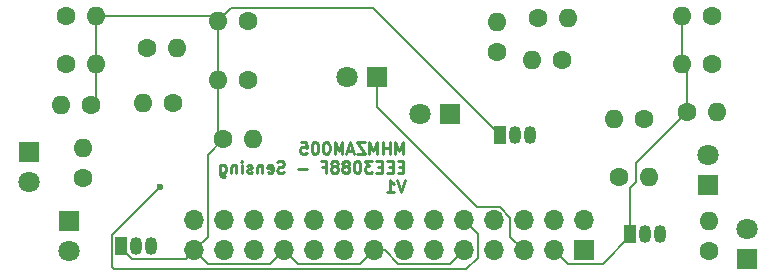
<source format=gbr>
%TF.GenerationSoftware,KiCad,Pcbnew,8.0.0*%
%TF.CreationDate,2024-03-28T15:17:03+02:00*%
%TF.ProjectId,EEE3088F_MHMZAM005_Sensing,45454533-3038-4384-965f-4d484d5a414d,rev?*%
%TF.SameCoordinates,Original*%
%TF.FileFunction,Copper,L2,Bot*%
%TF.FilePolarity,Positive*%
%FSLAX46Y46*%
G04 Gerber Fmt 4.6, Leading zero omitted, Abs format (unit mm)*
G04 Created by KiCad (PCBNEW 8.0.0) date 2024-03-28 15:17:03*
%MOMM*%
%LPD*%
G01*
G04 APERTURE LIST*
%ADD10C,0.250000*%
%TA.AperFunction,NonConductor*%
%ADD11C,0.250000*%
%TD*%
%TA.AperFunction,ComponentPad*%
%ADD12C,1.600000*%
%TD*%
%TA.AperFunction,ComponentPad*%
%ADD13O,1.600000X1.600000*%
%TD*%
%TA.AperFunction,ComponentPad*%
%ADD14R,1.800000X1.800000*%
%TD*%
%TA.AperFunction,ComponentPad*%
%ADD15C,1.800000*%
%TD*%
%TA.AperFunction,ComponentPad*%
%ADD16R,1.050000X1.500000*%
%TD*%
%TA.AperFunction,ComponentPad*%
%ADD17O,1.050000X1.500000*%
%TD*%
%TA.AperFunction,ComponentPad*%
%ADD18R,1.700000X1.700000*%
%TD*%
%TA.AperFunction,ComponentPad*%
%ADD19O,1.700000X1.700000*%
%TD*%
%TA.AperFunction,ViaPad*%
%ADD20C,0.600000*%
%TD*%
%TA.AperFunction,Conductor*%
%ADD21C,0.200000*%
%TD*%
G04 APERTURE END LIST*
D10*
D11*
X119497431Y-79644731D02*
X119497431Y-78644731D01*
X119497431Y-78644731D02*
X119164098Y-79359016D01*
X119164098Y-79359016D02*
X118830765Y-78644731D01*
X118830765Y-78644731D02*
X118830765Y-79644731D01*
X118354574Y-79644731D02*
X118354574Y-78644731D01*
X118354574Y-79120921D02*
X117783146Y-79120921D01*
X117783146Y-79644731D02*
X117783146Y-78644731D01*
X117306955Y-79644731D02*
X117306955Y-78644731D01*
X117306955Y-78644731D02*
X116973622Y-79359016D01*
X116973622Y-79359016D02*
X116640289Y-78644731D01*
X116640289Y-78644731D02*
X116640289Y-79644731D01*
X116259336Y-78644731D02*
X115592670Y-78644731D01*
X115592670Y-78644731D02*
X116259336Y-79644731D01*
X116259336Y-79644731D02*
X115592670Y-79644731D01*
X115259336Y-79359016D02*
X114783146Y-79359016D01*
X115354574Y-79644731D02*
X115021241Y-78644731D01*
X115021241Y-78644731D02*
X114687908Y-79644731D01*
X114354574Y-79644731D02*
X114354574Y-78644731D01*
X114354574Y-78644731D02*
X114021241Y-79359016D01*
X114021241Y-79359016D02*
X113687908Y-78644731D01*
X113687908Y-78644731D02*
X113687908Y-79644731D01*
X113021241Y-78644731D02*
X112926003Y-78644731D01*
X112926003Y-78644731D02*
X112830765Y-78692350D01*
X112830765Y-78692350D02*
X112783146Y-78739969D01*
X112783146Y-78739969D02*
X112735527Y-78835207D01*
X112735527Y-78835207D02*
X112687908Y-79025683D01*
X112687908Y-79025683D02*
X112687908Y-79263778D01*
X112687908Y-79263778D02*
X112735527Y-79454254D01*
X112735527Y-79454254D02*
X112783146Y-79549492D01*
X112783146Y-79549492D02*
X112830765Y-79597112D01*
X112830765Y-79597112D02*
X112926003Y-79644731D01*
X112926003Y-79644731D02*
X113021241Y-79644731D01*
X113021241Y-79644731D02*
X113116479Y-79597112D01*
X113116479Y-79597112D02*
X113164098Y-79549492D01*
X113164098Y-79549492D02*
X113211717Y-79454254D01*
X113211717Y-79454254D02*
X113259336Y-79263778D01*
X113259336Y-79263778D02*
X113259336Y-79025683D01*
X113259336Y-79025683D02*
X113211717Y-78835207D01*
X113211717Y-78835207D02*
X113164098Y-78739969D01*
X113164098Y-78739969D02*
X113116479Y-78692350D01*
X113116479Y-78692350D02*
X113021241Y-78644731D01*
X112068860Y-78644731D02*
X111973622Y-78644731D01*
X111973622Y-78644731D02*
X111878384Y-78692350D01*
X111878384Y-78692350D02*
X111830765Y-78739969D01*
X111830765Y-78739969D02*
X111783146Y-78835207D01*
X111783146Y-78835207D02*
X111735527Y-79025683D01*
X111735527Y-79025683D02*
X111735527Y-79263778D01*
X111735527Y-79263778D02*
X111783146Y-79454254D01*
X111783146Y-79454254D02*
X111830765Y-79549492D01*
X111830765Y-79549492D02*
X111878384Y-79597112D01*
X111878384Y-79597112D02*
X111973622Y-79644731D01*
X111973622Y-79644731D02*
X112068860Y-79644731D01*
X112068860Y-79644731D02*
X112164098Y-79597112D01*
X112164098Y-79597112D02*
X112211717Y-79549492D01*
X112211717Y-79549492D02*
X112259336Y-79454254D01*
X112259336Y-79454254D02*
X112306955Y-79263778D01*
X112306955Y-79263778D02*
X112306955Y-79025683D01*
X112306955Y-79025683D02*
X112259336Y-78835207D01*
X112259336Y-78835207D02*
X112211717Y-78739969D01*
X112211717Y-78739969D02*
X112164098Y-78692350D01*
X112164098Y-78692350D02*
X112068860Y-78644731D01*
X110830765Y-78644731D02*
X111306955Y-78644731D01*
X111306955Y-78644731D02*
X111354574Y-79120921D01*
X111354574Y-79120921D02*
X111306955Y-79073302D01*
X111306955Y-79073302D02*
X111211717Y-79025683D01*
X111211717Y-79025683D02*
X110973622Y-79025683D01*
X110973622Y-79025683D02*
X110878384Y-79073302D01*
X110878384Y-79073302D02*
X110830765Y-79120921D01*
X110830765Y-79120921D02*
X110783146Y-79216159D01*
X110783146Y-79216159D02*
X110783146Y-79454254D01*
X110783146Y-79454254D02*
X110830765Y-79549492D01*
X110830765Y-79549492D02*
X110878384Y-79597112D01*
X110878384Y-79597112D02*
X110973622Y-79644731D01*
X110973622Y-79644731D02*
X111211717Y-79644731D01*
X111211717Y-79644731D02*
X111306955Y-79597112D01*
X111306955Y-79597112D02*
X111354574Y-79549492D01*
X119497431Y-80730865D02*
X119164098Y-80730865D01*
X119021241Y-81254675D02*
X119497431Y-81254675D01*
X119497431Y-81254675D02*
X119497431Y-80254675D01*
X119497431Y-80254675D02*
X119021241Y-80254675D01*
X118592669Y-80730865D02*
X118259336Y-80730865D01*
X118116479Y-81254675D02*
X118592669Y-81254675D01*
X118592669Y-81254675D02*
X118592669Y-80254675D01*
X118592669Y-80254675D02*
X118116479Y-80254675D01*
X117687907Y-80730865D02*
X117354574Y-80730865D01*
X117211717Y-81254675D02*
X117687907Y-81254675D01*
X117687907Y-81254675D02*
X117687907Y-80254675D01*
X117687907Y-80254675D02*
X117211717Y-80254675D01*
X116878383Y-80254675D02*
X116259336Y-80254675D01*
X116259336Y-80254675D02*
X116592669Y-80635627D01*
X116592669Y-80635627D02*
X116449812Y-80635627D01*
X116449812Y-80635627D02*
X116354574Y-80683246D01*
X116354574Y-80683246D02*
X116306955Y-80730865D01*
X116306955Y-80730865D02*
X116259336Y-80826103D01*
X116259336Y-80826103D02*
X116259336Y-81064198D01*
X116259336Y-81064198D02*
X116306955Y-81159436D01*
X116306955Y-81159436D02*
X116354574Y-81207056D01*
X116354574Y-81207056D02*
X116449812Y-81254675D01*
X116449812Y-81254675D02*
X116735526Y-81254675D01*
X116735526Y-81254675D02*
X116830764Y-81207056D01*
X116830764Y-81207056D02*
X116878383Y-81159436D01*
X115640288Y-80254675D02*
X115545050Y-80254675D01*
X115545050Y-80254675D02*
X115449812Y-80302294D01*
X115449812Y-80302294D02*
X115402193Y-80349913D01*
X115402193Y-80349913D02*
X115354574Y-80445151D01*
X115354574Y-80445151D02*
X115306955Y-80635627D01*
X115306955Y-80635627D02*
X115306955Y-80873722D01*
X115306955Y-80873722D02*
X115354574Y-81064198D01*
X115354574Y-81064198D02*
X115402193Y-81159436D01*
X115402193Y-81159436D02*
X115449812Y-81207056D01*
X115449812Y-81207056D02*
X115545050Y-81254675D01*
X115545050Y-81254675D02*
X115640288Y-81254675D01*
X115640288Y-81254675D02*
X115735526Y-81207056D01*
X115735526Y-81207056D02*
X115783145Y-81159436D01*
X115783145Y-81159436D02*
X115830764Y-81064198D01*
X115830764Y-81064198D02*
X115878383Y-80873722D01*
X115878383Y-80873722D02*
X115878383Y-80635627D01*
X115878383Y-80635627D02*
X115830764Y-80445151D01*
X115830764Y-80445151D02*
X115783145Y-80349913D01*
X115783145Y-80349913D02*
X115735526Y-80302294D01*
X115735526Y-80302294D02*
X115640288Y-80254675D01*
X114735526Y-80683246D02*
X114830764Y-80635627D01*
X114830764Y-80635627D02*
X114878383Y-80588008D01*
X114878383Y-80588008D02*
X114926002Y-80492770D01*
X114926002Y-80492770D02*
X114926002Y-80445151D01*
X114926002Y-80445151D02*
X114878383Y-80349913D01*
X114878383Y-80349913D02*
X114830764Y-80302294D01*
X114830764Y-80302294D02*
X114735526Y-80254675D01*
X114735526Y-80254675D02*
X114545050Y-80254675D01*
X114545050Y-80254675D02*
X114449812Y-80302294D01*
X114449812Y-80302294D02*
X114402193Y-80349913D01*
X114402193Y-80349913D02*
X114354574Y-80445151D01*
X114354574Y-80445151D02*
X114354574Y-80492770D01*
X114354574Y-80492770D02*
X114402193Y-80588008D01*
X114402193Y-80588008D02*
X114449812Y-80635627D01*
X114449812Y-80635627D02*
X114545050Y-80683246D01*
X114545050Y-80683246D02*
X114735526Y-80683246D01*
X114735526Y-80683246D02*
X114830764Y-80730865D01*
X114830764Y-80730865D02*
X114878383Y-80778484D01*
X114878383Y-80778484D02*
X114926002Y-80873722D01*
X114926002Y-80873722D02*
X114926002Y-81064198D01*
X114926002Y-81064198D02*
X114878383Y-81159436D01*
X114878383Y-81159436D02*
X114830764Y-81207056D01*
X114830764Y-81207056D02*
X114735526Y-81254675D01*
X114735526Y-81254675D02*
X114545050Y-81254675D01*
X114545050Y-81254675D02*
X114449812Y-81207056D01*
X114449812Y-81207056D02*
X114402193Y-81159436D01*
X114402193Y-81159436D02*
X114354574Y-81064198D01*
X114354574Y-81064198D02*
X114354574Y-80873722D01*
X114354574Y-80873722D02*
X114402193Y-80778484D01*
X114402193Y-80778484D02*
X114449812Y-80730865D01*
X114449812Y-80730865D02*
X114545050Y-80683246D01*
X113783145Y-80683246D02*
X113878383Y-80635627D01*
X113878383Y-80635627D02*
X113926002Y-80588008D01*
X113926002Y-80588008D02*
X113973621Y-80492770D01*
X113973621Y-80492770D02*
X113973621Y-80445151D01*
X113973621Y-80445151D02*
X113926002Y-80349913D01*
X113926002Y-80349913D02*
X113878383Y-80302294D01*
X113878383Y-80302294D02*
X113783145Y-80254675D01*
X113783145Y-80254675D02*
X113592669Y-80254675D01*
X113592669Y-80254675D02*
X113497431Y-80302294D01*
X113497431Y-80302294D02*
X113449812Y-80349913D01*
X113449812Y-80349913D02*
X113402193Y-80445151D01*
X113402193Y-80445151D02*
X113402193Y-80492770D01*
X113402193Y-80492770D02*
X113449812Y-80588008D01*
X113449812Y-80588008D02*
X113497431Y-80635627D01*
X113497431Y-80635627D02*
X113592669Y-80683246D01*
X113592669Y-80683246D02*
X113783145Y-80683246D01*
X113783145Y-80683246D02*
X113878383Y-80730865D01*
X113878383Y-80730865D02*
X113926002Y-80778484D01*
X113926002Y-80778484D02*
X113973621Y-80873722D01*
X113973621Y-80873722D02*
X113973621Y-81064198D01*
X113973621Y-81064198D02*
X113926002Y-81159436D01*
X113926002Y-81159436D02*
X113878383Y-81207056D01*
X113878383Y-81207056D02*
X113783145Y-81254675D01*
X113783145Y-81254675D02*
X113592669Y-81254675D01*
X113592669Y-81254675D02*
X113497431Y-81207056D01*
X113497431Y-81207056D02*
X113449812Y-81159436D01*
X113449812Y-81159436D02*
X113402193Y-81064198D01*
X113402193Y-81064198D02*
X113402193Y-80873722D01*
X113402193Y-80873722D02*
X113449812Y-80778484D01*
X113449812Y-80778484D02*
X113497431Y-80730865D01*
X113497431Y-80730865D02*
X113592669Y-80683246D01*
X112640288Y-80730865D02*
X112973621Y-80730865D01*
X112973621Y-81254675D02*
X112973621Y-80254675D01*
X112973621Y-80254675D02*
X112497431Y-80254675D01*
X111354573Y-80873722D02*
X110592669Y-80873722D01*
X109402192Y-81207056D02*
X109259335Y-81254675D01*
X109259335Y-81254675D02*
X109021240Y-81254675D01*
X109021240Y-81254675D02*
X108926002Y-81207056D01*
X108926002Y-81207056D02*
X108878383Y-81159436D01*
X108878383Y-81159436D02*
X108830764Y-81064198D01*
X108830764Y-81064198D02*
X108830764Y-80968960D01*
X108830764Y-80968960D02*
X108878383Y-80873722D01*
X108878383Y-80873722D02*
X108926002Y-80826103D01*
X108926002Y-80826103D02*
X109021240Y-80778484D01*
X109021240Y-80778484D02*
X109211716Y-80730865D01*
X109211716Y-80730865D02*
X109306954Y-80683246D01*
X109306954Y-80683246D02*
X109354573Y-80635627D01*
X109354573Y-80635627D02*
X109402192Y-80540389D01*
X109402192Y-80540389D02*
X109402192Y-80445151D01*
X109402192Y-80445151D02*
X109354573Y-80349913D01*
X109354573Y-80349913D02*
X109306954Y-80302294D01*
X109306954Y-80302294D02*
X109211716Y-80254675D01*
X109211716Y-80254675D02*
X108973621Y-80254675D01*
X108973621Y-80254675D02*
X108830764Y-80302294D01*
X108021240Y-81207056D02*
X108116478Y-81254675D01*
X108116478Y-81254675D02*
X108306954Y-81254675D01*
X108306954Y-81254675D02*
X108402192Y-81207056D01*
X108402192Y-81207056D02*
X108449811Y-81111817D01*
X108449811Y-81111817D02*
X108449811Y-80730865D01*
X108449811Y-80730865D02*
X108402192Y-80635627D01*
X108402192Y-80635627D02*
X108306954Y-80588008D01*
X108306954Y-80588008D02*
X108116478Y-80588008D01*
X108116478Y-80588008D02*
X108021240Y-80635627D01*
X108021240Y-80635627D02*
X107973621Y-80730865D01*
X107973621Y-80730865D02*
X107973621Y-80826103D01*
X107973621Y-80826103D02*
X108449811Y-80921341D01*
X107545049Y-80588008D02*
X107545049Y-81254675D01*
X107545049Y-80683246D02*
X107497430Y-80635627D01*
X107497430Y-80635627D02*
X107402192Y-80588008D01*
X107402192Y-80588008D02*
X107259335Y-80588008D01*
X107259335Y-80588008D02*
X107164097Y-80635627D01*
X107164097Y-80635627D02*
X107116478Y-80730865D01*
X107116478Y-80730865D02*
X107116478Y-81254675D01*
X106687906Y-81207056D02*
X106592668Y-81254675D01*
X106592668Y-81254675D02*
X106402192Y-81254675D01*
X106402192Y-81254675D02*
X106306954Y-81207056D01*
X106306954Y-81207056D02*
X106259335Y-81111817D01*
X106259335Y-81111817D02*
X106259335Y-81064198D01*
X106259335Y-81064198D02*
X106306954Y-80968960D01*
X106306954Y-80968960D02*
X106402192Y-80921341D01*
X106402192Y-80921341D02*
X106545049Y-80921341D01*
X106545049Y-80921341D02*
X106640287Y-80873722D01*
X106640287Y-80873722D02*
X106687906Y-80778484D01*
X106687906Y-80778484D02*
X106687906Y-80730865D01*
X106687906Y-80730865D02*
X106640287Y-80635627D01*
X106640287Y-80635627D02*
X106545049Y-80588008D01*
X106545049Y-80588008D02*
X106402192Y-80588008D01*
X106402192Y-80588008D02*
X106306954Y-80635627D01*
X105830763Y-81254675D02*
X105830763Y-80588008D01*
X105830763Y-80254675D02*
X105878382Y-80302294D01*
X105878382Y-80302294D02*
X105830763Y-80349913D01*
X105830763Y-80349913D02*
X105783144Y-80302294D01*
X105783144Y-80302294D02*
X105830763Y-80254675D01*
X105830763Y-80254675D02*
X105830763Y-80349913D01*
X105354573Y-80588008D02*
X105354573Y-81254675D01*
X105354573Y-80683246D02*
X105306954Y-80635627D01*
X105306954Y-80635627D02*
X105211716Y-80588008D01*
X105211716Y-80588008D02*
X105068859Y-80588008D01*
X105068859Y-80588008D02*
X104973621Y-80635627D01*
X104973621Y-80635627D02*
X104926002Y-80730865D01*
X104926002Y-80730865D02*
X104926002Y-81254675D01*
X104021240Y-80588008D02*
X104021240Y-81397532D01*
X104021240Y-81397532D02*
X104068859Y-81492770D01*
X104068859Y-81492770D02*
X104116478Y-81540389D01*
X104116478Y-81540389D02*
X104211716Y-81588008D01*
X104211716Y-81588008D02*
X104354573Y-81588008D01*
X104354573Y-81588008D02*
X104449811Y-81540389D01*
X104021240Y-81207056D02*
X104116478Y-81254675D01*
X104116478Y-81254675D02*
X104306954Y-81254675D01*
X104306954Y-81254675D02*
X104402192Y-81207056D01*
X104402192Y-81207056D02*
X104449811Y-81159436D01*
X104449811Y-81159436D02*
X104497430Y-81064198D01*
X104497430Y-81064198D02*
X104497430Y-80778484D01*
X104497430Y-80778484D02*
X104449811Y-80683246D01*
X104449811Y-80683246D02*
X104402192Y-80635627D01*
X104402192Y-80635627D02*
X104306954Y-80588008D01*
X104306954Y-80588008D02*
X104116478Y-80588008D01*
X104116478Y-80588008D02*
X104021240Y-80635627D01*
X119640288Y-81864619D02*
X119306955Y-82864619D01*
X119306955Y-82864619D02*
X118973622Y-81864619D01*
X118116479Y-82864619D02*
X118687907Y-82864619D01*
X118402193Y-82864619D02*
X118402193Y-81864619D01*
X118402193Y-81864619D02*
X118497431Y-82007476D01*
X118497431Y-82007476D02*
X118592669Y-82102714D01*
X118592669Y-82102714D02*
X118687907Y-82150333D01*
D12*
%TO.P,R7,1*%
%TO.N,Net-(JP7-B)*%
X145640000Y-68000000D03*
D13*
%TO.P,R7,2*%
%TO.N,GND*%
X143100000Y-68000000D03*
%TD*%
D14*
%TO.P,D1,1,1*%
%TO.N,Net-(D1-Pad1)*%
X123475000Y-76275000D03*
D15*
%TO.P,D1,2,2*%
%TO.N,3V3*%
X120935000Y-76275000D03*
%TD*%
D12*
%TO.P,R11,1*%
%TO.N,Net-(JP11-B)*%
X132945000Y-71700000D03*
D13*
%TO.P,R11,2*%
%TO.N,Net-(Q4-B)*%
X130405000Y-71700000D03*
%TD*%
D12*
%TO.P,R10,1*%
%TO.N,Net-(Q4-B)*%
X130900000Y-68100000D03*
D13*
%TO.P,R10,2*%
%TO.N,Net-(JP10-B)*%
X133440000Y-68100000D03*
%TD*%
D12*
%TO.P,R2,1*%
%TO.N,Net-(JP2-B)*%
X106340000Y-73400000D03*
D13*
%TO.P,R2,2*%
%TO.N,GND*%
X103800000Y-73400000D03*
%TD*%
D12*
%TO.P,R8,1*%
%TO.N,Net-(JP8-B)*%
X145640000Y-72050000D03*
D13*
%TO.P,R8,2*%
%TO.N,GND*%
X143100000Y-72050000D03*
%TD*%
D14*
%TO.P,Q1,1*%
%TO.N,PA3*%
X117250000Y-73125000D03*
D15*
%TO.P,Q1,2*%
%TO.N,3V3*%
X114710000Y-73125000D03*
%TD*%
D14*
%TO.P,Q2,1*%
%TO.N,PA4*%
X87825000Y-79450000D03*
D15*
%TO.P,Q2,2*%
%TO.N,3V3*%
X87825000Y-81990000D03*
%TD*%
D12*
%TO.P,R4,1*%
%TO.N,Net-(JP4-B)*%
X90955000Y-67950000D03*
D13*
%TO.P,R4,2*%
%TO.N,GND*%
X93495000Y-67950000D03*
%TD*%
D12*
%TO.P,R6,1*%
%TO.N,GND*%
X93045000Y-75500000D03*
D13*
%TO.P,R6,2*%
%TO.N,Net-(JP6-B)*%
X90505000Y-75500000D03*
%TD*%
D12*
%TO.P,RLED2,1*%
%TO.N,Net-(Q5-C)*%
X92400000Y-81640000D03*
D13*
%TO.P,RLED2,2*%
%TO.N,Net-(D2-Pad1)*%
X92400000Y-79100000D03*
%TD*%
D12*
%TO.P,R9,1*%
%TO.N,GND*%
X143550000Y-76100000D03*
D13*
%TO.P,R9,2*%
%TO.N,Net-(JP9-B)*%
X146090000Y-76100000D03*
%TD*%
D12*
%TO.P,R13,1*%
%TO.N,Net-(JP13-B)*%
X99985000Y-75300000D03*
D13*
%TO.P,R13,2*%
%TO.N,Net-(Q5-B)*%
X97445000Y-75300000D03*
%TD*%
D12*
%TO.P,R5,1*%
%TO.N,Net-(JP5-B)*%
X90955000Y-72000000D03*
D13*
%TO.P,R5,2*%
%TO.N,GND*%
X93495000Y-72000000D03*
%TD*%
D12*
%TO.P,R15,1*%
%TO.N,Net-(JP15-B)*%
X137800000Y-81600000D03*
D13*
%TO.P,R15,2*%
%TO.N,Net-(Q6-B)*%
X140340000Y-81600000D03*
%TD*%
D12*
%TO.P,R14,1*%
%TO.N,Net-(Q6-B)*%
X139845000Y-76700000D03*
D13*
%TO.P,R14,2*%
%TO.N,Net-(JP14-B)*%
X137305000Y-76700000D03*
%TD*%
D12*
%TO.P,R12,1*%
%TO.N,Net-(Q5-B)*%
X97800000Y-70700000D03*
D13*
%TO.P,R12,2*%
%TO.N,Net-(JP12-B)*%
X100340000Y-70700000D03*
%TD*%
D16*
%TO.P,Q4,1,E*%
%TO.N,GND*%
X127660000Y-78060000D03*
D17*
%TO.P,Q4,2,B*%
%TO.N,Net-(Q4-B)*%
X128930000Y-78060000D03*
%TO.P,Q4,3,C*%
%TO.N,Net-(Q4-C)*%
X130200000Y-78060000D03*
%TD*%
D12*
%TO.P,R3,1*%
%TO.N,GND*%
X104260000Y-78400000D03*
D13*
%TO.P,R3,2*%
%TO.N,Net-(JP3-B)*%
X106800000Y-78400000D03*
%TD*%
D16*
%TO.P,Q6,1,E*%
%TO.N,GND*%
X138730000Y-86460000D03*
D17*
%TO.P,Q6,2,B*%
%TO.N,Net-(Q6-B)*%
X140000000Y-86460000D03*
%TO.P,Q6,3,C*%
%TO.N,Net-(Q6-C)*%
X141270000Y-86460000D03*
%TD*%
D14*
%TO.P,D3,1,1*%
%TO.N,Net-(D3-Pad1)*%
X145325000Y-82275000D03*
D15*
%TO.P,D3,2,2*%
%TO.N,3V3*%
X145325000Y-79735000D03*
%TD*%
D14*
%TO.P,D2,1,1*%
%TO.N,Net-(D2-Pad1)*%
X91175000Y-85325000D03*
D15*
%TO.P,D2,2,2*%
%TO.N,3V3*%
X91175000Y-87865000D03*
%TD*%
D14*
%TO.P,Q3,1*%
%TO.N,PA5*%
X148600000Y-88540000D03*
D15*
%TO.P,Q3,2*%
%TO.N,3V3*%
X148600000Y-86000000D03*
%TD*%
D12*
%TO.P,R1,1*%
%TO.N,Net-(JP1-B)*%
X106340000Y-68400000D03*
D13*
%TO.P,R1,2*%
%TO.N,GND*%
X103800000Y-68400000D03*
%TD*%
D12*
%TO.P,RLED1,1*%
%TO.N,Net-(Q4-C)*%
X127400000Y-71045000D03*
D13*
%TO.P,RLED1,2*%
%TO.N,Net-(D1-Pad1)*%
X127400000Y-68505000D03*
%TD*%
D12*
%TO.P,RLED3,1*%
%TO.N,Net-(Q6-C)*%
X145400000Y-87845000D03*
D13*
%TO.P,RLED3,2*%
%TO.N,Net-(D3-Pad1)*%
X145400000Y-85305000D03*
%TD*%
D16*
%TO.P,Q5,1,E*%
%TO.N,GND*%
X95630000Y-87460000D03*
D17*
%TO.P,Q5,2,B*%
%TO.N,Net-(Q5-B)*%
X96900000Y-87460000D03*
%TO.P,Q5,3,C*%
%TO.N,Net-(Q5-C)*%
X98170000Y-87460000D03*
%TD*%
D18*
%TO.P,J1,1,Pin_1*%
%TO.N,unconnected-(J1-Pin_1-Pad1)*%
X134800000Y-87800000D03*
D19*
%TO.P,J1,2,Pin_2*%
%TO.N,3V3*%
X134800000Y-85260000D03*
%TO.P,J1,3,Pin_3*%
%TO.N,GND*%
X132260000Y-87800000D03*
%TO.P,J1,4,Pin_4*%
%TO.N,BATT*%
X132260000Y-85260000D03*
%TO.P,J1,5,Pin_5*%
%TO.N,PA3*%
X129720000Y-87800000D03*
%TO.P,J1,6,Pin_6*%
%TO.N,unconnected-(J1-Pin_6-Pad6)*%
X129720000Y-85260000D03*
%TO.P,J1,7,Pin_7*%
%TO.N,PA4*%
X127180000Y-87800000D03*
%TO.P,J1,8,Pin_8*%
%TO.N,PE15*%
X127180000Y-85260000D03*
%TO.P,J1,9,Pin_9*%
%TO.N,GND*%
X124640000Y-87800000D03*
%TO.P,J1,10,Pin_10*%
%TO.N,PE14*%
X124640000Y-85260000D03*
%TO.P,J1,11,Pin_11*%
%TO.N,PA5*%
X122100000Y-87800000D03*
%TO.P,J1,12,Pin_12*%
%TO.N,PE13*%
X122100000Y-85260000D03*
%TO.P,J1,13,Pin_13*%
%TO.N,unconnected-(J1-Pin_13-Pad13)*%
X119560000Y-87800000D03*
%TO.P,J1,14,Pin_14*%
%TO.N,unconnected-(J1-Pin_14-Pad14)*%
X119560000Y-85260000D03*
%TO.P,J1,15,Pin_15*%
%TO.N,GND*%
X117020000Y-87800000D03*
%TO.P,J1,16,Pin_16*%
%TO.N,unconnected-(J1-Pin_16-Pad16)*%
X117020000Y-85260000D03*
%TO.P,J1,17,Pin_17*%
%TO.N,unconnected-(J1-Pin_17-Pad17)*%
X114480000Y-87800000D03*
%TO.P,J1,18,Pin_18*%
%TO.N,unconnected-(J1-Pin_18-Pad18)*%
X114480000Y-85260000D03*
%TO.P,J1,19,Pin_19*%
%TO.N,unconnected-(J1-Pin_19-Pad19)*%
X111940000Y-87800000D03*
%TO.P,J1,20,Pin_20*%
%TO.N,unconnected-(J1-Pin_20-Pad20)*%
X111940000Y-85260000D03*
%TO.P,J1,21,Pin_21*%
%TO.N,GND*%
X109400000Y-87800000D03*
%TO.P,J1,22,Pin_22*%
%TO.N,unconnected-(J1-Pin_22-Pad22)*%
X109400000Y-85260000D03*
%TO.P,J1,23,Pin_23*%
%TO.N,unconnected-(J1-Pin_23-Pad23)*%
X106860000Y-87800000D03*
%TO.P,J1,24,Pin_24*%
%TO.N,unconnected-(J1-Pin_24-Pad24)*%
X106860000Y-85260000D03*
%TO.P,J1,25,Pin_25*%
%TO.N,unconnected-(J1-Pin_25-Pad25)*%
X104320000Y-87800000D03*
%TO.P,J1,26,Pin_26*%
%TO.N,BATT*%
X104320000Y-85260000D03*
%TO.P,J1,27,Pin_27*%
%TO.N,GND*%
X101780000Y-87800000D03*
%TO.P,J1,28,Pin_28*%
%TO.N,3V3*%
X101780000Y-85260000D03*
%TD*%
D20*
%TO.N,PE14*%
X98900000Y-82400000D03*
%TD*%
D21*
%TO.N,PE14*%
X125790000Y-86410000D02*
X124640000Y-85260000D01*
X94805000Y-86495000D02*
X94805000Y-89210000D01*
X125790000Y-88410000D02*
X125790000Y-86410000D01*
X98900000Y-82400000D02*
X94805000Y-86495000D01*
X124800000Y-89400000D02*
X125790000Y-88410000D01*
X94995000Y-89400000D02*
X124800000Y-89400000D01*
X94805000Y-89210000D02*
X94995000Y-89400000D01*
%TO.N,GND*%
X101070000Y-88510000D02*
X101780000Y-87800000D01*
X123490000Y-88950000D02*
X124640000Y-87800000D01*
X102930000Y-88950000D02*
X108250000Y-88950000D01*
X117933654Y-87800000D02*
X119083654Y-88950000D01*
X93495000Y-67950000D02*
X103350000Y-67950000D01*
X117020000Y-87800000D02*
X117933654Y-87800000D01*
X103800000Y-77940000D02*
X104260000Y-78400000D01*
X116900000Y-67300000D02*
X104900000Y-67300000D01*
X138730000Y-86630000D02*
X138730000Y-86460000D01*
X143550000Y-76100000D02*
X143550000Y-72500000D01*
X95630000Y-87460000D02*
X95630000Y-87581726D01*
X93495000Y-67950000D02*
X93495000Y-72000000D01*
X102930000Y-86650000D02*
X101780000Y-87800000D01*
X95630000Y-87581726D02*
X96558274Y-88510000D01*
X136410000Y-88950000D02*
X138730000Y-86630000D01*
X104900000Y-67300000D02*
X103800000Y-68400000D01*
X104260000Y-78400000D02*
X102930000Y-79730000D01*
X93495000Y-75050000D02*
X93045000Y-75500000D01*
X93495000Y-72000000D02*
X93495000Y-75050000D01*
X101780000Y-87800000D02*
X102930000Y-88950000D01*
X103800000Y-68400000D02*
X103800000Y-73400000D01*
X138730000Y-86460000D02*
X138730000Y-82565635D01*
X96558274Y-88510000D02*
X101070000Y-88510000D01*
X139240000Y-82055635D02*
X139240000Y-80410000D01*
X119083654Y-88950000D02*
X123490000Y-88950000D01*
X139240000Y-80410000D02*
X143550000Y-76100000D01*
X103350000Y-67950000D02*
X103800000Y-68400000D01*
X133410000Y-88950000D02*
X136410000Y-88950000D01*
X143550000Y-72500000D02*
X143100000Y-72050000D01*
X143100000Y-72050000D02*
X143100000Y-68000000D01*
X132260000Y-87800000D02*
X133410000Y-88950000D01*
X102930000Y-79730000D02*
X102930000Y-86650000D01*
X138730000Y-82565635D02*
X139240000Y-82055635D01*
X127660000Y-78060000D02*
X116900000Y-67300000D01*
X109400000Y-87800000D02*
X110550000Y-88950000D01*
X115870000Y-88950000D02*
X117020000Y-87800000D01*
X108250000Y-88950000D02*
X109400000Y-87800000D01*
X103800000Y-73400000D02*
X103800000Y-77940000D01*
X110550000Y-88950000D02*
X115870000Y-88950000D01*
%TO.N,PA3*%
X125735000Y-84110000D02*
X127656346Y-84110000D01*
X117250000Y-73125000D02*
X117250000Y-75625000D01*
X117250000Y-75625000D02*
X125735000Y-84110000D01*
X128570000Y-86650000D02*
X129720000Y-87800000D01*
X127656346Y-84110000D02*
X128570000Y-85023654D01*
X128570000Y-85023654D02*
X128570000Y-86650000D01*
%TD*%
M02*

</source>
